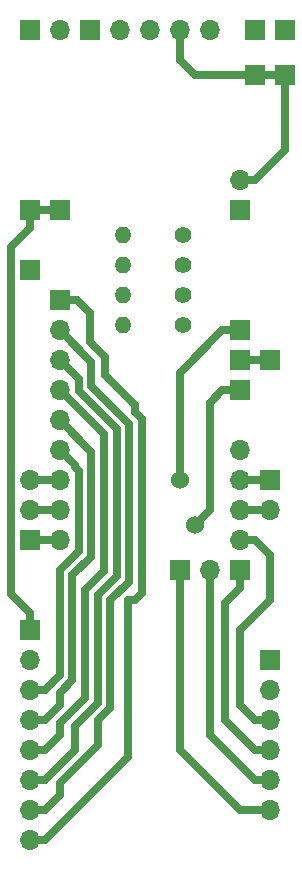
<source format=gbr>
G04 #@! TF.GenerationSoftware,KiCad,Pcbnew,(5.0.2)-1*
G04 #@! TF.CreationDate,2020-07-01T14:38:25-04:00*
G04 #@! TF.ProjectId,PCB2,50434232-2e6b-4696-9361-645f70636258,rev?*
G04 #@! TF.SameCoordinates,Original*
G04 #@! TF.FileFunction,Copper,L2,Bot*
G04 #@! TF.FilePolarity,Positive*
%FSLAX46Y46*%
G04 Gerber Fmt 4.6, Leading zero omitted, Abs format (unit mm)*
G04 Created by KiCad (PCBNEW (5.0.2)-1) date 7/1/2020 2:38:25 PM*
%MOMM*%
%LPD*%
G01*
G04 APERTURE LIST*
G04 #@! TA.AperFunction,ComponentPad*
%ADD10R,1.700000X1.700000*%
G04 #@! TD*
G04 #@! TA.AperFunction,ComponentPad*
%ADD11O,1.700000X1.700000*%
G04 #@! TD*
G04 #@! TA.AperFunction,ComponentPad*
%ADD12O,1.400000X1.400000*%
G04 #@! TD*
G04 #@! TA.AperFunction,ComponentPad*
%ADD13C,1.400000*%
G04 #@! TD*
G04 #@! TA.AperFunction,ViaPad*
%ADD14C,1.524000*%
G04 #@! TD*
G04 #@! TA.AperFunction,Conductor*
%ADD15C,0.635000*%
G04 #@! TD*
G04 APERTURE END LIST*
D10*
G04 #@! TO.P,J5,1*
G04 #@! TO.N,/3V*
X119380000Y-86360000D03*
G04 #@! TD*
G04 #@! TO.P,J2,1*
G04 #@! TO.N,/3V*
X116840000Y-86360000D03*
G04 #@! TD*
G04 #@! TO.P,J6,1*
G04 #@! TO.N,/A1*
X119380000Y-93980000D03*
D11*
G04 #@! TO.P,J6,2*
G04 #@! TO.N,/A2*
X119380000Y-96520000D03*
G04 #@! TO.P,J6,3*
G04 #@! TO.N,/A3*
X119380000Y-99060000D03*
G04 #@! TO.P,J6,4*
G04 #@! TO.N,/A4*
X119380000Y-101600000D03*
G04 #@! TO.P,J6,5*
G04 #@! TO.N,/A5*
X119380000Y-104140000D03*
G04 #@! TO.P,J6,6*
G04 #@! TO.N,/A6*
X119380000Y-106680000D03*
G04 #@! TO.P,J6,7*
G04 #@! TO.N,/SCK*
X119380000Y-109220000D03*
G04 #@! TO.P,J6,8*
G04 #@! TO.N,/MOSI*
X119380000Y-111760000D03*
G04 #@! TO.P,J6,9*
G04 #@! TO.N,/MISO*
X119380000Y-114300000D03*
G04 #@! TD*
D10*
G04 #@! TO.P,J1,1*
G04 #@! TO.N,/3V*
X116840000Y-121920000D03*
D11*
G04 #@! TO.P,J1,2*
G04 #@! TO.N,GND*
X116840000Y-124460000D03*
G04 #@! TO.P,J1,3*
G04 #@! TO.N,/A6*
X116840000Y-127000000D03*
G04 #@! TO.P,J1,4*
G04 #@! TO.N,/A5*
X116840000Y-129540000D03*
G04 #@! TO.P,J1,5*
G04 #@! TO.N,/A4*
X116840000Y-132080000D03*
G04 #@! TO.P,J1,6*
G04 #@! TO.N,/A3*
X116840000Y-134620000D03*
G04 #@! TO.P,J1,7*
G04 #@! TO.N,/A2*
X116840000Y-137160000D03*
G04 #@! TO.P,J1,8*
G04 #@! TO.N,/A1*
X116840000Y-139700000D03*
G04 #@! TD*
D10*
G04 #@! TO.P,J3,1*
G04 #@! TO.N,GND*
X116840000Y-91440000D03*
G04 #@! TD*
G04 #@! TO.P,J4,1*
G04 #@! TO.N,/MISO*
X116840000Y-114300000D03*
D11*
G04 #@! TO.P,J4,2*
G04 #@! TO.N,/MOSI*
X116840000Y-111760000D03*
G04 #@! TO.P,J4,3*
G04 #@! TO.N,/SCK*
X116840000Y-109220000D03*
G04 #@! TD*
D10*
G04 #@! TO.P,J7,1*
G04 #@! TO.N,Net-(J14-Pad6)*
X129540000Y-116840000D03*
D11*
G04 #@! TO.P,J7,2*
G04 #@! TO.N,Net-(J14-Pad5)*
X132080000Y-116840000D03*
G04 #@! TD*
G04 #@! TO.P,J8,2*
G04 #@! TO.N,/DRV*
X134620000Y-83820000D03*
D10*
G04 #@! TO.P,J8,1*
G04 #@! TO.N,GND*
X134620000Y-86360000D03*
G04 #@! TD*
G04 #@! TO.P,J9,1*
G04 #@! TO.N,Net-(J14-Pad1)*
X134620000Y-101600000D03*
G04 #@! TD*
G04 #@! TO.P,J10,1*
G04 #@! TO.N,/SDCS*
X134620000Y-99060000D03*
G04 #@! TD*
G04 #@! TO.P,J11,1*
G04 #@! TO.N,Net-(J11-Pad1)*
X134620000Y-96520000D03*
G04 #@! TD*
D11*
G04 #@! TO.P,J12,5*
G04 #@! TO.N,/Done*
X134620000Y-106680000D03*
G04 #@! TO.P,J12,4*
G04 #@! TO.N,/SCL*
X134620000Y-109220000D03*
G04 #@! TO.P,J12,3*
G04 #@! TO.N,/SDA*
X134620000Y-111760000D03*
G04 #@! TO.P,J12,2*
G04 #@! TO.N,Net-(J12-Pad2)*
X134620000Y-114300000D03*
D10*
G04 #@! TO.P,J12,1*
G04 #@! TO.N,Net-(J12-Pad1)*
X134620000Y-116840000D03*
G04 #@! TD*
G04 #@! TO.P,J13,1*
G04 #@! TO.N,GND*
X138430000Y-71120000D03*
G04 #@! TD*
G04 #@! TO.P,J14,1*
G04 #@! TO.N,Net-(J14-Pad1)*
X137160000Y-124460000D03*
D11*
G04 #@! TO.P,J14,2*
G04 #@! TO.N,Net-(J11-Pad1)*
X137160000Y-127000000D03*
G04 #@! TO.P,J14,3*
G04 #@! TO.N,Net-(J12-Pad2)*
X137160000Y-129540000D03*
G04 #@! TO.P,J14,4*
G04 #@! TO.N,Net-(J12-Pad1)*
X137160000Y-132080000D03*
G04 #@! TO.P,J14,5*
G04 #@! TO.N,Net-(J14-Pad5)*
X137160000Y-134620000D03*
G04 #@! TO.P,J14,6*
G04 #@! TO.N,Net-(J14-Pad6)*
X137160000Y-137160000D03*
G04 #@! TD*
D10*
G04 #@! TO.P,J15,1*
G04 #@! TO.N,/SDCS*
X137160000Y-99060000D03*
G04 #@! TD*
D11*
G04 #@! TO.P,J16,2*
G04 #@! TO.N,/SDA*
X137160000Y-111760000D03*
D10*
G04 #@! TO.P,J16,1*
G04 #@! TO.N,/SCL*
X137160000Y-109220000D03*
G04 #@! TD*
D11*
G04 #@! TO.P,J17,2*
G04 #@! TO.N,/VDD*
X119380000Y-71120000D03*
D10*
G04 #@! TO.P,J17,1*
G04 #@! TO.N,GND*
X116840000Y-71120000D03*
G04 #@! TD*
G04 #@! TO.P,J18,1*
G04 #@! TO.N,/VDD*
X121920000Y-71120000D03*
D11*
G04 #@! TO.P,J18,2*
G04 #@! TO.N,GND*
X124460000Y-71120000D03*
G04 #@! TO.P,J18,3*
G04 #@! TO.N,/Delay*
X127000000Y-71120000D03*
G04 #@! TO.P,J18,4*
G04 #@! TO.N,/DRV*
X129540000Y-71120000D03*
G04 #@! TO.P,J18,5*
G04 #@! TO.N,/Done*
X132080000Y-71120000D03*
G04 #@! TD*
D12*
G04 #@! TO.P,R1,2*
G04 #@! TO.N,Net-(R1-Pad2)*
X124731316Y-96113477D03*
D13*
G04 #@! TO.P,R1,1*
G04 #@! TO.N,GND*
X129811316Y-96113477D03*
G04 #@! TD*
G04 #@! TO.P,R2,1*
G04 #@! TO.N,Net-(R2-Pad1)*
X129811316Y-93573477D03*
D12*
G04 #@! TO.P,R2,2*
G04 #@! TO.N,Net-(R1-Pad2)*
X124731316Y-93573477D03*
G04 #@! TD*
D13*
G04 #@! TO.P,R3,1*
G04 #@! TO.N,Net-(R2-Pad1)*
X129811316Y-91033477D03*
D12*
G04 #@! TO.P,R3,2*
G04 #@! TO.N,Net-(R3-Pad2)*
X124731316Y-91033477D03*
G04 #@! TD*
G04 #@! TO.P,R4,2*
G04 #@! TO.N,Net-(R3-Pad2)*
X124731316Y-88493477D03*
D13*
G04 #@! TO.P,R4,1*
G04 #@! TO.N,/Delay*
X129811316Y-88493477D03*
G04 #@! TD*
D10*
G04 #@! TO.P,J19,1*
G04 #@! TO.N,GND*
X135890000Y-71120000D03*
G04 #@! TD*
G04 #@! TO.P,J20,1*
G04 #@! TO.N,/DRV*
X138430000Y-74930000D03*
G04 #@! TD*
G04 #@! TO.P,J21,1*
G04 #@! TO.N,/DRV*
X135890000Y-74930000D03*
G04 #@! TD*
D14*
G04 #@! TO.N,Net-(J14-Pad1)*
X130810000Y-113030000D03*
G04 #@! TO.N,Net-(J11-Pad1)*
X129540000Y-109220000D03*
G04 #@! TD*
D15*
G04 #@! TO.N,/3V*
X119380000Y-86360000D02*
X116840000Y-86360000D01*
X116840000Y-87845000D02*
X116840000Y-86360000D01*
X115240699Y-89444301D02*
X116840000Y-87845000D01*
X115240699Y-118835699D02*
X115240699Y-89444301D01*
X116840000Y-120435000D02*
X115240699Y-118835699D01*
X116840000Y-121920000D02*
X116840000Y-120435000D01*
G04 #@! TO.N,/A6*
X118110000Y-127000000D02*
X116840000Y-127000000D01*
X119380000Y-125730000D02*
X118110000Y-127000000D01*
X119380000Y-106680000D02*
X120650000Y-107950000D01*
X120650000Y-108123034D02*
X120979301Y-108452335D01*
X120650000Y-107950000D02*
X120650000Y-108123034D01*
X120979301Y-108452335D02*
X120979301Y-115240699D01*
X120979301Y-115240699D02*
X119380000Y-116840000D01*
X119380000Y-116840000D02*
X119380000Y-125730000D01*
G04 #@! TO.N,/A5*
X118110000Y-129540000D02*
X116840000Y-129540000D01*
X119380000Y-128270000D02*
X118110000Y-129540000D01*
X122046111Y-106806111D02*
X122046111Y-115682586D01*
X119380000Y-104140000D02*
X122046111Y-106806111D01*
X122046111Y-115682586D02*
X120446810Y-117281886D01*
X120446810Y-117281886D02*
X120446810Y-126171887D01*
X120446810Y-126171887D02*
X119380000Y-127238696D01*
X119380000Y-127238696D02*
X119380000Y-128270000D01*
G04 #@! TO.N,/A4*
X118110000Y-132080000D02*
X116840000Y-132080000D01*
X119380000Y-101600000D02*
X123112921Y-105332921D01*
X123112921Y-105332921D02*
X123112921Y-116917079D01*
X123112921Y-116917079D02*
X121513620Y-118516380D01*
X121513620Y-118516380D02*
X121513620Y-127645076D01*
X121513620Y-127645076D02*
X119380000Y-129778696D01*
X119380000Y-130810000D02*
X118110000Y-132080000D01*
X119380000Y-129778696D02*
X119380000Y-130810000D01*
G04 #@! TO.N,/A3*
X118110000Y-134620000D02*
X116840000Y-134620000D01*
X120650000Y-132080000D02*
X118110000Y-134620000D01*
X120650000Y-130017393D02*
X120650000Y-132080000D01*
X122580430Y-128086963D02*
X120650000Y-130017393D01*
X120979301Y-100659301D02*
X120979301Y-101690605D01*
X119380000Y-99060000D02*
X120979301Y-100659301D01*
X120979301Y-101690605D02*
X124179731Y-104891034D01*
X124179731Y-104891034D02*
X124179731Y-117358965D01*
X124179731Y-117358965D02*
X122580430Y-118958266D01*
X122580430Y-118958266D02*
X122580430Y-128086963D01*
G04 #@! TO.N,/A2*
X118110000Y-137160000D02*
X116840000Y-137160000D01*
X122636089Y-131602607D02*
X119380000Y-134858696D01*
X119380000Y-134858696D02*
X119380000Y-135890000D01*
X122636089Y-129540000D02*
X122636089Y-131602607D01*
X123647240Y-128528850D02*
X122636089Y-129540000D01*
X122046110Y-99186110D02*
X122046111Y-101248718D01*
X119380000Y-96520000D02*
X122046110Y-99186110D01*
X122046111Y-101248718D02*
X125246541Y-104449147D01*
X119380000Y-135890000D02*
X118110000Y-137160000D01*
X125246541Y-104449147D02*
X125246541Y-117800852D01*
X125246541Y-117800852D02*
X123647240Y-119400153D01*
X123647240Y-119400153D02*
X123647240Y-128528850D01*
G04 #@! TO.N,/A1*
X118110000Y-139700000D02*
X116840000Y-139700000D01*
X125176089Y-119380000D02*
X125176089Y-132633911D01*
X125730000Y-103423909D02*
X126313351Y-104007260D01*
X125730000Y-102870000D02*
X125730000Y-103423909D01*
X125176089Y-132633911D02*
X118110000Y-139700000D01*
X120865000Y-93980000D02*
X121920000Y-95035000D01*
X125730000Y-119380000D02*
X125176089Y-119380000D01*
X119380000Y-93980000D02*
X120865000Y-93980000D01*
X121920000Y-95035000D02*
X121920000Y-97551304D01*
X121920000Y-97551304D02*
X123190000Y-98821304D01*
X126313351Y-104007260D02*
X126313351Y-118796649D01*
X123190000Y-98821304D02*
X123190000Y-100330000D01*
X126313351Y-118796649D02*
X125730000Y-119380000D01*
X123190000Y-100330000D02*
X125730000Y-102870000D01*
G04 #@! TO.N,/MISO*
X119380000Y-114300000D02*
X116840000Y-114300000D01*
G04 #@! TO.N,/MOSI*
X119380000Y-111760000D02*
X116840000Y-111760000D01*
G04 #@! TO.N,/SCK*
X119380000Y-109220000D02*
X116840000Y-109220000D01*
G04 #@! TO.N,Net-(J14-Pad6)*
X129540000Y-116840000D02*
X129540000Y-132080000D01*
X134620000Y-137160000D02*
X137160000Y-137160000D01*
X129540000Y-132080000D02*
X134620000Y-137160000D01*
G04 #@! TO.N,Net-(J14-Pad5)*
X135890000Y-134620000D02*
X137160000Y-134620000D01*
X132080000Y-116840000D02*
X132080000Y-130810000D01*
X132080000Y-130810000D02*
X135890000Y-134620000D01*
G04 #@! TO.N,Net-(J14-Pad1)*
X133135000Y-101600000D02*
X132080000Y-102655000D01*
X134620000Y-101600000D02*
X133135000Y-101600000D01*
X132080000Y-102655000D02*
X132080000Y-111760000D01*
X132080000Y-111760000D02*
X130810000Y-113030000D01*
G04 #@! TO.N,/SDCS*
X137160000Y-99060000D02*
X134620000Y-99060000D01*
G04 #@! TO.N,Net-(J11-Pad1)*
X133135000Y-96520000D02*
X129540000Y-100115000D01*
X134620000Y-96520000D02*
X133135000Y-96520000D01*
X129540000Y-100115000D02*
X129540000Y-109220000D01*
G04 #@! TO.N,/SCL*
X137160000Y-109220000D02*
X134620000Y-109220000D01*
G04 #@! TO.N,/SDA*
X137160000Y-111760000D02*
X134620000Y-111760000D01*
G04 #@! TO.N,Net-(J12-Pad2)*
X134620000Y-114300000D02*
X135890000Y-114300000D01*
X135890000Y-114300000D02*
X137160000Y-115570000D01*
X137160000Y-115570000D02*
X137160000Y-119380000D01*
X134620000Y-121920000D02*
X134620000Y-128270000D01*
X135890000Y-129540000D02*
X137160000Y-129540000D01*
X137160000Y-119380000D02*
X134620000Y-121920000D01*
X134620000Y-128270000D02*
X135890000Y-129540000D01*
G04 #@! TO.N,Net-(J12-Pad1)*
X134620000Y-118325000D02*
X133350000Y-119595000D01*
X134620000Y-116840000D02*
X134620000Y-118325000D01*
X133350000Y-119595000D02*
X133350000Y-129540000D01*
X133350000Y-129540000D02*
X135890000Y-132080000D01*
X135890000Y-132080000D02*
X137160000Y-132080000D01*
G04 #@! TO.N,/DRV*
X135890000Y-83820000D02*
X134620000Y-83820000D01*
X138430000Y-77470000D02*
X138430000Y-81280000D01*
X138430000Y-81280000D02*
X135890000Y-83820000D01*
X138430000Y-77470000D02*
X138430000Y-74930000D01*
X138430000Y-74930000D02*
X135890000Y-74930000D01*
X135890000Y-74930000D02*
X130810000Y-74930000D01*
X130810000Y-74930000D02*
X129540000Y-73660000D01*
X129540000Y-73660000D02*
X129540000Y-71120000D01*
G04 #@! TD*
M02*

</source>
